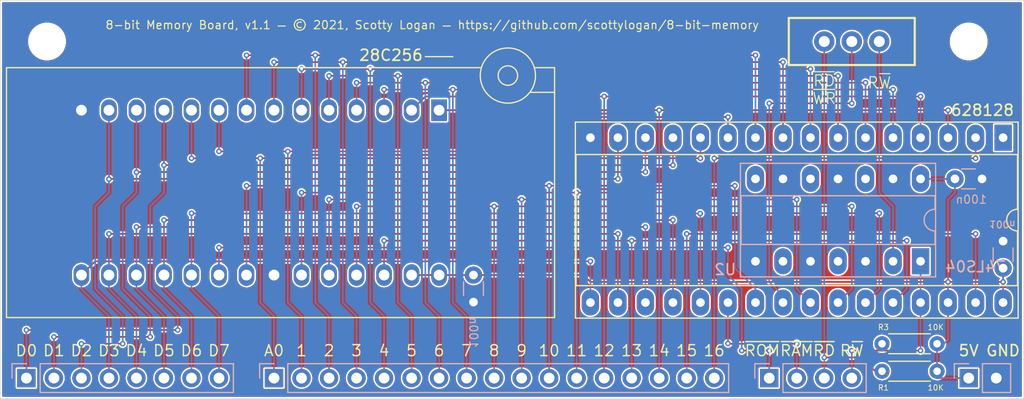
<source format=kicad_pcb>
(kicad_pcb (version 20171130) (host pcbnew "(5.1.9-0-10_14)")
  (title_block (title "8-bit Memory Board") (date 2021-05-05) (rev 1.1) (comment 1 8-bit-memory) (comment 2 "8 bit memory board for prototyping with solderless breadboards"))
  (layers (0 F.Cu signal) (31 B.Cu signal) (34 B.Paste user) (35 F.Paste user) (36 B.SilkS user) (37 F.SilkS user) (38 B.Mask user) (39 F.Mask user) (44 Edge.Cuts user))
  (net 0 "")
  (net 1 +5V)
  (net 2 GND)
  (net 3 /A0)
  (net 4 /A1)
  (net 5 /A2)
  (net 6 /A3)
  (net 7 /A4)
  (net 8 /A5)
  (net 9 /A6)
  (net 10 /A7)
  (net 11 /A8)
  (net 12 /A9)
  (net 13 /A10)
  (net 14 /A11)
  (net 15 /A12)
  (net 16 /A13)
  (net 17 /A14)
  (net 18 /D0)
  (net 19 /D1)
  (net 20 /D2)
  (net 21 /D3)
  (net 22 /D4)
  (net 23 /D5)
  (net 24 /D6)
  (net 25 /D7)
  (net 26 /~RD)
  (net 27 /R~W)
  (net 28 /~OE)
  (net 29 /~R~W)
  (net 30 "Net-(U2-Pad8)")
  (net 31 "Net-(U2-Pad10)")
  (net 32 "Net-(U2-Pad4)")
  (net 33 "Net-(U2-Pad12)")
  (net 34 "Net-(U2-Pad6)")
  (net 35 /~ROM)
  (net 36 /~RAM)
  (net 37 /A15)
  (net 38 /A16)
  (net 39 "Net-(U3-Pad1)")
  (module Resistor_THT:R_Axial_DIN0204_L3.6mm_D1.6mm_P5.08mm_Horizontal (layer F.Cu) (at 191.389 88.9 180)
    (fp_text reference R3 (at 4.953 1.524 180) (layer F.SilkS) (effects (font (size 0.508 0.508) (thickness 0.0762))))
    (fp_text value 10K (at 0.127 1.524 180) (layer F.SilkS) (effects (font (size 0.508 0.508) (thickness 0.0762))))
    (fp_line (start 0.62 -0.92) (end 4.46 -0.92) (layer F.SilkS) (width 0.12))
    (fp_line (start 0.62 0.92) (end 4.46 0.92) (layer F.SilkS) (width 0.12))
    (pad 2 thru_hole oval (at 5.08 0 180) (size 1.4 1.4) (drill 0.7) (layers *.Cu *.Mask) (net 27 /R~W))
    (pad 1 thru_hole circle (at 0 0 180) (size 1.4 1.4) (drill 0.7) (layers *.Cu *.Mask) (net 1 +5V))
  )
  (module Resistor_THT:R_Axial_DIN0204_L3.6mm_D1.6mm_P5.08mm_Horizontal (layer F.Cu) (at 191.389 91.44 180)
    (fp_text reference R1 (at 4.953 -1.524 180) (layer F.SilkS) (effects (font (size 0.508 0.508) (thickness 0.0762))))
    (fp_text value 10K (at 0.127 -1.524 180) (layer F.SilkS) (effects (font (size 0.508 0.508) (thickness 0.0762))))
    (fp_line (start 0.62 -0.92) (end 4.46 -0.92) (layer F.SilkS) (width 0.12))
    (fp_line (start 0.62 0.92) (end 4.46 0.92) (layer F.SilkS) (width 0.12))
    (pad 2 thru_hole oval (at 5.08 0 180) (size 1.4 1.4) (drill 0.7) (layers *.Cu *.Mask) (net 26 /~RD))
    (pad 1 thru_hole circle (at 0 0 180) (size 1.4 1.4) (drill 0.7) (layers *.Cu *.Mask) (net 1 +5V))
  )
  (module Socket:DIP_Socket-28_W11.9_W12.7_W15.24_W17.78_W18.5_3M_228-1277-00-0602J (layer F.Cu) (at 145.415 67.31 270)
    (fp_text reference U1 hide)
    (fp_text value 28C256 (at -5.08 4.445 180) (layer F.SilkS) (effects (font (size 1.016 1.016) (thickness 0.1524))))
    (fp_circle (center -3.2 -6.35) (end -0.65 -6.35) (layer F.SilkS) (width 0.12))
    (fp_circle (center -3.2 -6.35) (end -2.3 -6.35) (layer F.SilkS) (width 0.12))
    (fp_line (start -3.93 -3.9) (end -3.93 39.94) (layer F.SilkS) (width 0.12))
    (fp_line (start -3.93 39.94) (end 19.17 39.94) (layer F.SilkS) (width 0.12))
    (fp_line (start 19.17 39.94) (end 19.17 -10.66) (layer F.SilkS) (width 0.12))
    (fp_line (start 19.17 -10.66) (end -3.93 -10.66) (layer F.SilkS) (width 0.12))
    (fp_line (start -3.93 -10.66) (end -3.93 -8.8) (layer F.SilkS) (width 0.12))
    (fp_line (start -1.65 -10.66) (end -1.65 -8.4) (layer F.SilkS) (width 0.12))
    (fp_line (start -4.95 1.27) (end -4.95 -1.27) (layer F.SilkS) (width 0.12))
    (pad 15 thru_hole oval (at 15.24 33.02 270) (size 2 1.44) (drill 1) (layers *.Cu *.Mask) (net 21 /D3))
    (pad 14 thru_hole oval (at 0 33.02 270) (size 2 1.44) (drill 1) (layers *.Cu *.Mask) (net 2 GND))
    (pad 16 thru_hole oval (at 15.24 30.48 270) (size 2 1.44) (drill 1) (layers *.Cu *.Mask) (net 22 /D4))
    (pad 13 thru_hole oval (at 0 30.48 270) (size 2 1.44) (drill 1) (layers *.Cu *.Mask) (net 20 /D2))
    (pad 17 thru_hole oval (at 15.24 27.94 270) (size 2 1.44) (drill 1) (layers *.Cu *.Mask) (net 23 /D5))
    (pad 12 thru_hole oval (at 0 27.94 270) (size 2 1.44) (drill 1) (layers *.Cu *.Mask) (net 19 /D1))
    (pad 18 thru_hole oval (at 15.24 25.4 270) (size 2 1.44) (drill 1) (layers *.Cu *.Mask) (net 24 /D6))
    (pad 11 thru_hole oval (at 0 25.4 270) (size 2 1.44) (drill 1) (layers *.Cu *.Mask) (net 18 /D0))
    (pad 19 thru_hole oval (at 15.24 22.86 270) (size 2 1.44) (drill 1) (layers *.Cu *.Mask) (net 25 /D7))
    (pad 10 thru_hole oval (at 0 22.86 270) (size 2 1.44) (drill 1) (layers *.Cu *.Mask) (net 3 /A0))
    (pad 20 thru_hole oval (at 15.24 20.32 270) (size 2 1.44) (drill 1) (layers *.Cu *.Mask) (net 35 /~ROM))
    (pad 9 thru_hole oval (at 0 20.32 270) (size 2 1.44) (drill 1) (layers *.Cu *.Mask) (net 4 /A1))
    (pad 21 thru_hole oval (at 15.24 17.78 270) (size 2 1.44) (drill 1) (layers *.Cu *.Mask) (net 13 /A10))
    (pad 8 thru_hole oval (at 0 17.78 270) (size 2 1.44) (drill 1) (layers *.Cu *.Mask) (net 5 /A2))
    (pad 22 thru_hole oval (at 15.24 15.24 270) (size 2 1.44) (drill 1) (layers *.Cu *.Mask) (net 2 GND))
    (pad 7 thru_hole oval (at 0 15.24 270) (size 2 1.44) (drill 1) (layers *.Cu *.Mask) (net 6 /A3))
    (pad 23 thru_hole oval (at 15.24 12.7 270) (size 2 1.44) (drill 1) (layers *.Cu *.Mask) (net 14 /A11))
    (pad 6 thru_hole oval (at 0 12.7 270) (size 2 1.44) (drill 1) (layers *.Cu *.Mask) (net 7 /A4))
    (pad 24 thru_hole oval (at 15.24 10.16 270) (size 2 1.44) (drill 1) (layers *.Cu *.Mask) (net 12 /A9))
    (pad 5 thru_hole oval (at 0 10.16 270) (size 2 1.44) (drill 1) (layers *.Cu *.Mask) (net 8 /A5))
    (pad 25 thru_hole oval (at 15.24 7.62 270) (size 2 1.44) (drill 1) (layers *.Cu *.Mask) (net 11 /A8))
    (pad 4 thru_hole oval (at 0 7.62 270) (size 2 1.44) (drill 1) (layers *.Cu *.Mask) (net 9 /A6))
    (pad 26 thru_hole oval (at 15.24 5.08 270) (size 2 1.44) (drill 1) (layers *.Cu *.Mask) (net 16 /A13))
    (pad 3 thru_hole oval (at 0 5.08 270) (size 2 1.44) (drill 1) (layers *.Cu *.Mask) (net 10 /A7))
    (pad 27 thru_hole oval (at 15.24 2.54 270) (size 2 1.44) (drill 1) (layers *.Cu *.Mask) (net 1 +5V))
    (pad 2 thru_hole oval (at 0 2.54 270) (size 2 1.44) (drill 1) (layers *.Cu *.Mask) (net 15 /A12))
    (pad 28 thru_hole oval (at 15.24 0 270) (size 2 1.44) (drill 1) (layers *.Cu *.Mask) (net 1 +5V))
    (pad 1 thru_hole rect (at 0 0 270) (size 2 1.44) (drill 1) (layers *.Cu *.Mask) (net 17 /A14))
  )
  (module Connector_PinHeader_2.54mm:PinHeader_1x02_P2.54mm_Vertical (layer B.Cu) (at 194.31 92.075 270)
    (fp_text reference J4 hide)
    (fp_text value POWER hide)
    (fp_line (start -1.33 -3.87) (end 1.33 -3.87) (layer B.SilkS) (width 0.12))
    (fp_line (start -1.33 -1.27) (end -1.33 -3.87) (layer B.SilkS) (width 0.12))
    (fp_line (start 1.33 -1.27) (end 1.33 -3.87) (layer B.SilkS) (width 0.12))
    (fp_line (start -1.33 -1.27) (end 1.33 -1.27) (layer B.SilkS) (width 0.12))
    (fp_line (start -1.33 0) (end -1.33 1.33) (layer B.SilkS) (width 0.12))
    (fp_line (start -1.33 1.33) (end 0 1.33) (layer B.SilkS) (width 0.12))
    (pad 2 thru_hole oval (at 0 -2.54 270) (size 1.7 1.7) (drill 1) (layers *.Cu *.Mask) (net 2 GND))
    (pad 1 thru_hole rect (at 0 0 270) (size 1.7 1.7) (drill 1) (layers *.Cu *.Mask) (net 1 +5V))
  )
  (module Connector_PinHeader_2.54mm:PinHeader_1x04_P2.54mm_Vertical (layer B.Cu) (at 175.895 92.075 270)
    (fp_text reference J3 hide)
    (fp_text value CONTROL hide)
    (fp_line (start -1.33 -8.95) (end 1.33 -8.95) (layer B.SilkS) (width 0.12))
    (fp_line (start -1.33 -1.27) (end -1.33 -8.95) (layer B.SilkS) (width 0.12))
    (fp_line (start 1.33 -1.27) (end 1.33 -8.95) (layer B.SilkS) (width 0.12))
    (fp_line (start -1.33 -1.27) (end 1.33 -1.27) (layer B.SilkS) (width 0.12))
    (fp_line (start -1.33 0) (end -1.33 1.33) (layer B.SilkS) (width 0.12))
    (fp_line (start -1.33 1.33) (end 0 1.33) (layer B.SilkS) (width 0.12))
    (pad 4 thru_hole oval (at 0 -7.62 270) (size 1.7 1.7) (drill 1) (layers *.Cu *.Mask) (net 27 /R~W))
    (pad 3 thru_hole oval (at 0 -5.08 270) (size 1.7 1.7) (drill 1) (layers *.Cu *.Mask) (net 26 /~RD))
    (pad 2 thru_hole oval (at 0 -2.54 270) (size 1.7 1.7) (drill 1) (layers *.Cu *.Mask) (net 36 /~RAM))
    (pad 1 thru_hole rect (at 0 0 270) (size 1.7 1.7) (drill 1) (layers *.Cu *.Mask) (net 35 /~ROM))
  )
  (module Connector_PinHeader_2.54mm:PinHeader_1x08_P2.54mm_Vertical (layer B.Cu) (at 107.315 92.075 270)
    (fp_text reference J2 hide)
    (fp_text value DATA hide)
    (fp_line (start -1.33 -19.11) (end 1.33 -19.11) (layer B.SilkS) (width 0.12))
    (fp_line (start -1.33 -1.27) (end -1.33 -19.11) (layer B.SilkS) (width 0.12))
    (fp_line (start 1.33 -1.27) (end 1.33 -19.11) (layer B.SilkS) (width 0.12))
    (fp_line (start -1.33 -1.27) (end 1.33 -1.27) (layer B.SilkS) (width 0.12))
    (fp_line (start -1.33 0) (end -1.33 1.33) (layer B.SilkS) (width 0.12))
    (fp_line (start -1.33 1.33) (end 0 1.33) (layer B.SilkS) (width 0.12))
    (pad 8 thru_hole oval (at 0 -17.78 270) (size 1.7 1.7) (drill 1) (layers *.Cu *.Mask) (net 25 /D7))
    (pad 7 thru_hole oval (at 0 -15.24 270) (size 1.7 1.7) (drill 1) (layers *.Cu *.Mask) (net 24 /D6))
    (pad 6 thru_hole oval (at 0 -12.7 270) (size 1.7 1.7) (drill 1) (layers *.Cu *.Mask) (net 23 /D5))
    (pad 5 thru_hole oval (at 0 -10.16 270) (size 1.7 1.7) (drill 1) (layers *.Cu *.Mask) (net 22 /D4))
    (pad 4 thru_hole oval (at 0 -7.62 270) (size 1.7 1.7) (drill 1) (layers *.Cu *.Mask) (net 21 /D3))
    (pad 3 thru_hole oval (at 0 -5.08 270) (size 1.7 1.7) (drill 1) (layers *.Cu *.Mask) (net 20 /D2))
    (pad 2 thru_hole oval (at 0 -2.54 270) (size 1.7 1.7) (drill 1) (layers *.Cu *.Mask) (net 19 /D1))
    (pad 1 thru_hole rect (at 0 0 270) (size 1.7 1.7) (drill 1) (layers *.Cu *.Mask) (net 18 /D0))
  )
  (module Connector_PinHeader_2.54mm:PinHeader_1x17_P2.54mm_Vertical (layer B.Cu) (at 130.175 92.075 270)
    (fp_text reference J1 hide)
    (fp_text value ADDRESS hide)
    (fp_line (start -1.33 -41.97) (end 1.33 -41.97) (layer B.SilkS) (width 0.12))
    (fp_line (start -1.33 -1.27) (end -1.33 -41.97) (layer B.SilkS) (width 0.12))
    (fp_line (start 1.33 -1.27) (end 1.33 -41.97) (layer B.SilkS) (width 0.12))
    (fp_line (start -1.33 -1.27) (end 1.33 -1.27) (layer B.SilkS) (width 0.12))
    (fp_line (start -1.33 0) (end -1.33 1.33) (layer B.SilkS) (width 0.12))
    (fp_line (start -1.33 1.33) (end 0 1.33) (layer B.SilkS) (width 0.12))
    (pad 17 thru_hole oval (at 0 -40.64 270) (size 1.7 1.7) (drill 1) (layers *.Cu *.Mask) (net 38 /A16))
    (pad 16 thru_hole oval (at 0 -38.1 270) (size 1.7 1.7) (drill 1) (layers *.Cu *.Mask) (net 37 /A15))
    (pad 15 thru_hole oval (at 0 -35.56 270) (size 1.7 1.7) (drill 1) (layers *.Cu *.Mask) (net 17 /A14))
    (pad 14 thru_hole oval (at 0 -33.02 270) (size 1.7 1.7) (drill 1) (layers *.Cu *.Mask) (net 16 /A13))
    (pad 13 thru_hole oval (at 0 -30.48 270) (size 1.7 1.7) (drill 1) (layers *.Cu *.Mask) (net 15 /A12))
    (pad 12 thru_hole oval (at 0 -27.94 270) (size 1.7 1.7) (drill 1) (layers *.Cu *.Mask) (net 14 /A11))
    (pad 11 thru_hole oval (at 0 -25.4 270) (size 1.7 1.7) (drill 1) (layers *.Cu *.Mask) (net 13 /A10))
    (pad 10 thru_hole oval (at 0 -22.86 270) (size 1.7 1.7) (drill 1) (layers *.Cu *.Mask) (net 12 /A9))
    (pad 9 thru_hole oval (at 0 -20.32 270) (size 1.7 1.7) (drill 1) (layers *.Cu *.Mask) (net 11 /A8))
    (pad 8 thru_hole oval (at 0 -17.78 270) (size 1.7 1.7) (drill 1) (layers *.Cu *.Mask) (net 10 /A7))
    (pad 7 thru_hole oval (at 0 -15.24 270) (size 1.7 1.7) (drill 1) (layers *.Cu *.Mask) (net 9 /A6))
    (pad 6 thru_hole oval (at 0 -12.7 270) (size 1.7 1.7) (drill 1) (layers *.Cu *.Mask) (net 8 /A5))
    (pad 5 thru_hole oval (at 0 -10.16 270) (size 1.7 1.7) (drill 1) (layers *.Cu *.Mask) (net 7 /A4))
    (pad 4 thru_hole oval (at 0 -7.62 270) (size 1.7 1.7) (drill 1) (layers *.Cu *.Mask) (net 6 /A3))
    (pad 3 thru_hole oval (at 0 -5.08 270) (size 1.7 1.7) (drill 1) (layers *.Cu *.Mask) (net 5 /A2))
    (pad 2 thru_hole oval (at 0 -2.54 270) (size 1.7 1.7) (drill 1) (layers *.Cu *.Mask) (net 4 /A1))
    (pad 1 thru_hole rect (at 0 0 270) (size 1.7 1.7) (drill 1) (layers *.Cu *.Mask) (net 3 /A0))
  )
  (module Package_DIP:DIP-32_W15.24mm_Socket_LongPads (layer F.Cu) (at 197.485 69.85 270)
    (fp_text reference U3 hide)
    (fp_text value 628128 (at -2.54 1.905 180) (layer F.SilkS) (effects (font (size 1.016 1.016) (thickness 0.1524))))
    (fp_line (start 16.68 -1.39) (end -1.44 -1.39) (layer F.SilkS) (width 0.12))
    (fp_line (start 16.68 39.49) (end 16.68 -1.39) (layer F.SilkS) (width 0.12))
    (fp_line (start -1.44 39.49) (end 16.68 39.49) (layer F.SilkS) (width 0.12))
    (fp_line (start -1.44 -1.39) (end -1.44 39.49) (layer F.SilkS) (width 0.12))
    (fp_line (start 13.68 -1.33) (end 8.62 -1.33) (layer F.SilkS) (width 0.12))
    (fp_line (start 13.68 39.43) (end 13.68 -1.33) (layer F.SilkS) (width 0.12))
    (fp_line (start 1.56 39.43) (end 13.68 39.43) (layer F.SilkS) (width 0.12))
    (fp_line (start 1.56 -1.33) (end 1.56 39.43) (layer F.SilkS) (width 0.12))
    (fp_line (start 6.62 -1.33) (end 1.56 -1.33) (layer F.SilkS) (width 0.12))
    (fp_arc (start 7.62 -1.33) (end 6.62 -1.33) (angle -180) (layer F.SilkS) (width 0.12))
    (pad 32 thru_hole oval (at 15.24 0 270) (size 2.4 1.6) (drill 0.8) (layers *.Cu *.Mask) (net 1 +5V))
    (pad 16 thru_hole oval (at 0 38.1 270) (size 2.4 1.6) (drill 0.8) (layers *.Cu *.Mask) (net 2 GND))
    (pad 31 thru_hole oval (at 15.24 2.54 270) (size 2.4 1.6) (drill 0.8) (layers *.Cu *.Mask) (net 37 /A15))
    (pad 15 thru_hole oval (at 0 35.56 270) (size 2.4 1.6) (drill 0.8) (layers *.Cu *.Mask) (net 20 /D2))
    (pad 30 thru_hole oval (at 15.24 5.08 270) (size 2.4 1.6) (drill 0.8) (layers *.Cu *.Mask) (net 1 +5V))
    (pad 14 thru_hole oval (at 0 33.02 270) (size 2.4 1.6) (drill 0.8) (layers *.Cu *.Mask) (net 19 /D1))
    (pad 29 thru_hole oval (at 15.24 7.62 270) (size 2.4 1.6) (drill 0.8) (layers *.Cu *.Mask) (net 27 /R~W))
    (pad 13 thru_hole oval (at 0 30.48 270) (size 2.4 1.6) (drill 0.8) (layers *.Cu *.Mask) (net 18 /D0))
    (pad 28 thru_hole oval (at 15.24 10.16 270) (size 2.4 1.6) (drill 0.8) (layers *.Cu *.Mask) (net 16 /A13))
    (pad 12 thru_hole oval (at 0 27.94 270) (size 2.4 1.6) (drill 0.8) (layers *.Cu *.Mask) (net 3 /A0))
    (pad 27 thru_hole oval (at 15.24 12.7 270) (size 2.4 1.6) (drill 0.8) (layers *.Cu *.Mask) (net 11 /A8))
    (pad 11 thru_hole oval (at 0 25.4 270) (size 2.4 1.6) (drill 0.8) (layers *.Cu *.Mask) (net 4 /A1))
    (pad 26 thru_hole oval (at 15.24 15.24 270) (size 2.4 1.6) (drill 0.8) (layers *.Cu *.Mask) (net 12 /A9))
    (pad 10 thru_hole oval (at 0 22.86 270) (size 2.4 1.6) (drill 0.8) (layers *.Cu *.Mask) (net 5 /A2))
    (pad 25 thru_hole oval (at 15.24 17.78 270) (size 2.4 1.6) (drill 0.8) (layers *.Cu *.Mask) (net 14 /A11))
    (pad 9 thru_hole oval (at 0 20.32 270) (size 2.4 1.6) (drill 0.8) (layers *.Cu *.Mask) (net 6 /A3))
    (pad 24 thru_hole oval (at 15.24 20.32 270) (size 2.4 1.6) (drill 0.8) (layers *.Cu *.Mask) (net 28 /~OE))
    (pad 8 thru_hole oval (at 0 17.78 270) (size 2.4 1.6) (drill 0.8) (layers *.Cu *.Mask) (net 7 /A4))
    (pad 23 thru_hole oval (at 15.24 22.86 270) (size 2.4 1.6) (drill 0.8) (layers *.Cu *.Mask) (net 13 /A10))
    (pad 7 thru_hole oval (at 0 15.24 270) (size 2.4 1.6) (drill 0.8) (layers *.Cu *.Mask) (net 8 /A5))
    (pad 22 thru_hole oval (at 15.24 25.4 270) (size 2.4 1.6) (drill 0.8) (layers *.Cu *.Mask) (net 36 /~RAM))
    (pad 6 thru_hole oval (at 0 12.7 270) (size 2.4 1.6) (drill 0.8) (layers *.Cu *.Mask) (net 9 /A6))
    (pad 21 thru_hole oval (at 15.24 27.94 270) (size 2.4 1.6) (drill 0.8) (layers *.Cu *.Mask) (net 25 /D7))
    (pad 5 thru_hole oval (at 0 10.16 270) (size 2.4 1.6) (drill 0.8) (layers *.Cu *.Mask) (net 10 /A7))
    (pad 20 thru_hole oval (at 15.24 30.48 270) (size 2.4 1.6) (drill 0.8) (layers *.Cu *.Mask) (net 24 /D6))
    (pad 4 thru_hole oval (at 0 7.62 270) (size 2.4 1.6) (drill 0.8) (layers *.Cu *.Mask) (net 15 /A12))
    (pad 19 thru_hole oval (at 15.24 33.02 270) (size 2.4 1.6) (drill 0.8) (layers *.Cu *.Mask) (net 23 /D5))
    (pad 3 thru_hole oval (at 0 5.08 270) (size 2.4 1.6) (drill 0.8) (layers *.Cu *.Mask) (net 17 /A14))
    (pad 18 thru_hole oval (at 15.24 35.56 270) (size 2.4 1.6) (drill 0.8) (layers *.Cu *.Mask) (net 22 /D4))
    (pad 2 thru_hole oval (at 0 2.54 270) (size 2.4 1.6) (drill 0.8) (layers *.Cu *.Mask) (net 38 /A16))
    (pad 17 thru_hole oval (at 15.24 38.1 270) (size 2.4 1.6) (drill 0.8) (layers *.Cu *.Mask) (net 21 /D3))
    (pad 1 thru_hole rect (at 0 0 270) (size 2.4 1.6) (drill 0.8) (layers *.Cu *.Mask) (net 39 "Net-(U3-Pad1)"))
  )
  (module Switches:SWITCH_SPDT_PTH_11.6X4.0MM (layer F.Cu) (at 183.515 60.96 90)
    (fp_text reference SW1 hide)
    (fp_text value SW_SPDT hide)
    (fp_line (start 2.17424 5.81406) (end 2.17424 -5.81406) (layer F.SilkS) (width 0.2032))
    (fp_line (start -2.17424 5.81406) (end 2.17424 5.81406) (layer F.SilkS) (width 0.2032))
    (fp_line (start -2.17424 -5.81406) (end -2.17424 5.81406) (layer F.SilkS) (width 0.2032))
    (fp_line (start 2.17424 -5.81406) (end -2.17424 -5.81406) (layer F.SilkS) (width 0.2032))
    (pad 3 thru_hole circle (at 0 2.54 90) (size 1.8796 1.8796) (drill 1.016) (layers *.Cu *.Mask) (net 29 /~R~W))
    (pad 2 thru_hole circle (at 0 0 90) (size 1.8796 1.8796) (drill 1.016) (layers *.Cu *.Mask) (net 28 /~OE))
    (pad 1 thru_hole circle (at 0 -2.54 90) (size 1.8796 1.8796) (drill 1.016) (layers *.Cu *.Mask) (net 26 /~RD))
  )
  (module Package_DIP:DIP-14_W7.62mm_Socket_LongPads (layer B.Cu) (at 189.865 81.28 90)
    (fp_text reference U2 (at -0.762 -18.034 unlocked) (layer B.SilkS) (effects (justify mirror)))
    (fp_text value 74LS04 (at -0.508 5.08 unlocked) (layer B.SilkS) (effects (justify mirror)))
    (fp_line (start 9.06 1.39) (end -1.44 1.39) (layer B.SilkS) (width 0.12))
    (fp_line (start 9.06 -16.63) (end 9.06 1.39) (layer B.SilkS) (width 0.12))
    (fp_line (start -1.44 -16.63) (end 9.06 -16.63) (layer B.SilkS) (width 0.12))
    (fp_line (start -1.44 1.39) (end -1.44 -16.63) (layer B.SilkS) (width 0.12))
    (fp_line (start 6.06 1.33) (end 4.81 1.33) (layer B.SilkS) (width 0.12))
    (fp_line (start 6.06 -16.57) (end 6.06 1.33) (layer B.SilkS) (width 0.12))
    (fp_line (start 1.56 -16.57) (end 6.06 -16.57) (layer B.SilkS) (width 0.12))
    (fp_line (start 1.56 1.33) (end 1.56 -16.57) (layer B.SilkS) (width 0.12))
    (fp_line (start 2.81 1.33) (end 1.56 1.33) (layer B.SilkS) (width 0.12))
    (fp_arc (start 3.81 1.33) (end 2.81 1.33) (angle 180) (layer B.SilkS) (width 0.12))
    (pad 1 thru_hole rect (at 0 0 90) (size 2.4 1.6) (drill 0.8) (layers *.Cu *.Mask) (net 27 /R~W))
    (pad 8 thru_hole oval (at 7.62 -15.24 90) (size 2.4 1.6) (drill 0.8) (layers *.Cu *.Mask) (net 30 "Net-(U2-Pad8)"))
    (pad 2 thru_hole oval (at 0 -2.54 90) (size 2.4 1.6) (drill 0.8) (layers *.Cu *.Mask) (net 29 /~R~W))
    (pad 9 thru_hole oval (at 7.62 -12.7 90) (size 2.4 1.6) (drill 0.8) (layers *.Cu *.Mask) (net 2 GND))
    (pad 3 thru_hole oval (at 0 -5.08 90) (size 2.4 1.6) (drill 0.8) (layers *.Cu *.Mask) (net 2 GND))
    (pad 10 thru_hole oval (at 7.62 -10.16 90) (size 2.4 1.6) (drill 0.8) (layers *.Cu *.Mask) (net 31 "Net-(U2-Pad10)"))
    (pad 4 thru_hole oval (at 0 -7.62 90) (size 2.4 1.6) (drill 0.8) (layers *.Cu *.Mask) (net 32 "Net-(U2-Pad4)"))
    (pad 11 thru_hole oval (at 7.62 -7.62 90) (size 2.4 1.6) (drill 0.8) (layers *.Cu *.Mask) (net 2 GND))
    (pad 5 thru_hole oval (at 0 -10.16 90) (size 2.4 1.6) (drill 0.8) (layers *.Cu *.Mask) (net 2 GND))
    (pad 12 thru_hole oval (at 7.62 -5.08 90) (size 2.4 1.6) (drill 0.8) (layers *.Cu *.Mask) (net 33 "Net-(U2-Pad12)"))
    (pad 6 thru_hole oval (at 0 -12.7 90) (size 2.4 1.6) (drill 0.8) (layers *.Cu *.Mask) (net 34 "Net-(U2-Pad6)"))
    (pad 13 thru_hole oval (at 7.62 -2.54 90) (size 2.4 1.6) (drill 0.8) (layers *.Cu *.Mask) (net 2 GND))
    (pad 7 thru_hole oval (at 0 -15.24 90) (size 2.4 1.6) (drill 0.8) (layers *.Cu *.Mask) (net 2 GND))
    (pad 14 thru_hole oval (at 7.62 0 90) (size 2.4 1.6) (drill 0.8) (layers *.Cu *.Mask) (net 1 +5V))
  )
  (module Capacitor_THT:C_Disc_D3.0mm_W1.6mm_P2.50mm (layer B.Cu) (at 197.485 81.915 90)
    (fp_text reference C1 hide)
    (fp_text value 100n (at 4.064 1.2065 180 unlocked) (layer B.SilkS) (effects (font (size 0.635 0.635) (thickness 0.1016)) (justify right mirror)))
    (fp_line (start 0.621 -0.92) (end 1.879 -0.92) (layer B.SilkS) (width 0.12))
    (fp_line (start 0.621 0.92) (end 1.879 0.92) (layer B.SilkS) (width 0.12))
    (pad 1 thru_hole circle (at 0 0 90) (size 1.6 1.6) (drill 0.8) (layers *.Cu *.Mask) (net 1 +5V))
    (pad 2 thru_hole circle (at 2.5 0 90) (size 1.6 1.6) (drill 0.8) (layers *.Cu *.Mask) (net 2 GND))
  )
  (module Capacitor_THT:C_Disc_D3.0mm_W1.6mm_P2.50mm (layer B.Cu) (at 193.04 73.66)
    (fp_text reference C2 hide)
    (fp_text value 100n (at 0 1.905 unlocked) (layer B.SilkS) (effects (font (size 0.762 0.762) (thickness 0.1016)) (justify right mirror)))
    (fp_line (start 0.621 0.92) (end 1.879 0.92) (layer B.SilkS) (width 0.12))
    (fp_line (start 0.621 -0.92) (end 1.879 -0.92) (layer B.SilkS) (width 0.12))
    (pad 2 thru_hole circle (at 2.5 0) (size 1.6 1.6) (drill 0.8) (layers *.Cu *.Mask) (net 2 GND))
    (pad 1 thru_hole circle (at 0 0) (size 1.6 1.6) (drill 0.8) (layers *.Cu *.Mask) (net 1 +5V))
  )
  (module Capacitor_THT:C_Disc_D3.0mm_W1.6mm_P2.50mm (layer B.Cu) (at 148.59 82.55 270)
    (fp_text reference C3 hide)
    (fp_text value 100n (at 3.81 0 270 unlocked) (layer B.SilkS) (effects (font (size 0.762 0.762) (thickness 0.1016)) (justify right mirror)))
    (fp_line (start 0.621 -0.92) (end 1.879 -0.92) (layer B.SilkS) (width 0.12))
    (fp_line (start 0.621 0.92) (end 1.879 0.92) (layer B.SilkS) (width 0.12))
    (pad 1 thru_hole circle (at 0 0 270) (size 1.6 1.6) (drill 0.8) (layers *.Cu *.Mask) (net 1 +5V))
    (pad 2 thru_hole circle (at 2.5 0 270) (size 1.6 1.6) (drill 0.8) (layers *.Cu *.Mask) (net 2 GND))
  )
  (module MountingHole:MountingHole_3.2mm_M3 (layer F.Cu) (at 109.22 60.96)
    (fp_text reference H1 hide)
    (fp_text value MountingHole hide)
    (pad 1 np_thru_hole circle (at 0 0) (size 3.2 3.2) (drill 3.2) (layers *.Cu *.Mask))
  )
  (module MountingHole:MountingHole_3.2mm_M3 (layer F.Cu) (at 194.31 60.96)
    (fp_text reference H2 hide)
    (fp_text value MountingHole hide)
    (pad 1 np_thru_hole circle (at 0 0) (size 3.2 3.2) (drill 3.2) (layers *.Cu *.Mask))
  )
  (gr_text 16 (at 170.815 89.535) (layer F.SilkS) (effects (font (size 1.016 1.016) (thickness 0.127))))
  (gr_text 15 (at 168.275 89.535) (layer F.SilkS) (effects (font (size 1.016 1.016) (thickness 0.127))))
  (gr_text "8-bit Memory Board, v1.1 — © 2021, Scotty Logan — https://github.com/scottylogan/8-bit-memory" (at 144.78 59.436) (layer F.SilkS) (effects (font (size 0.762 0.762) (thickness 0.1016))))
  (gr_text R~W (at 186.055 64.77) (layer F.SilkS) (effects (font (size 1.016 1.016) (thickness 0.1016))))
  (gr_text "~RD~\n~WR" (at 180.975 65.405) (layer F.SilkS) (effects (font (size 1.016 1.016) (thickness 0.1016))))
  (gr_text GND (at 197.485 89.535) (layer F.SilkS) (effects (font (size 1.016 1.016) (thickness 0.1524))))
  (gr_text 5V (at 194.31 89.535) (layer F.SilkS) (effects (font (size 1.016 1.016) (thickness 0.1524))))
  (gr_text R~W (at 183.515 89.535) (layer F.SilkS) (effects (font (size 1.016 1.016) (thickness 0.127))))
  (gr_text ~RD (at 180.975 89.535) (layer F.SilkS) (effects (font (size 1.016 1.016) (thickness 0.127))))
  (gr_text ~RAM (at 178.435 89.535) (layer F.SilkS) (effects (font (size 1.016 1.016) (thickness 0.127))))
  (gr_text ~ROM (at 175.26 89.535) (layer F.SilkS) (effects (font (size 1.016 1.016) (thickness 0.127))))
  (gr_text D7 (at 125.095 89.535) (layer F.SilkS) (effects (font (size 1.016 1.016) (thickness 0.127))))
  (gr_text D6 (at 122.555 89.535) (layer F.SilkS) (effects (font (size 1.016 1.016) (thickness 0.127))))
  (gr_text D5 (at 120.015 89.535) (layer F.SilkS) (effects (font (size 1.016 1.016) (thickness 0.127))))
  (gr_text D4 (at 117.475 89.535) (layer F.SilkS) (effects (font (size 1.016 1.016) (thickness 0.127))))
  (gr_text D3 (at 114.935 89.535) (layer F.SilkS) (effects (font (size 1.016 1.016) (thickness 0.127))))
  (gr_text D2 (at 112.395 89.535) (layer F.SilkS) (effects (font (size 1.016 1.016) (thickness 0.127))))
  (gr_text D1 (at 109.855 89.535) (layer F.SilkS) (effects (font (size 1.016 1.016) (thickness 0.127))))
  (gr_text D0 (at 107.315 89.535) (layer F.SilkS) (effects (font (size 1.016 1.016) (thickness 0.127))))
  (gr_text 14 (at 165.735 89.535) (layer F.SilkS) (effects (font (size 1.016 1.016) (thickness 0.127))))
  (gr_text 13 (at 163.195 89.535) (layer F.SilkS) (effects (font (size 1.016 1.016) (thickness 0.127))))
  (gr_text 12 (at 160.655 89.535) (layer F.SilkS) (effects (font (size 1.016 1.016) (thickness 0.127))))
  (gr_text 11 (at 158.115 89.535) (layer F.SilkS) (effects (font (size 1.016 1.016) (thickness 0.127))))
  (gr_text 10 (at 155.575 89.535) (layer F.SilkS) (effects (font (size 1.016 1.016) (thickness 0.127))))
  (gr_text 9 (at 153.035 89.535) (layer F.SilkS) (effects (font (size 1.016 1.016) (thickness 0.127))))
  (gr_text 8 (at 150.495 89.535) (layer F.SilkS) (effects (font (size 1.016 1.016) (thickness 0.127))))
  (gr_text 7 (at 147.955 89.535) (layer F.SilkS) (effects (font (size 1.016 1.016) (thickness 0.127))))
  (gr_text 6 (at 145.415 89.535) (layer F.SilkS) (effects (font (size 1.016 1.016) (thickness 0.127))))
  (gr_text 5 (at 142.875 89.535) (layer F.SilkS) (effects (font (size 1.016 1.016) (thickness 0.127))))
  (gr_text 4 (at 140.335 89.535) (layer F.SilkS) (effects (font (size 1.016 1.016) (thickness 0.127))))
  (gr_text 3 (at 137.795 89.535) (layer F.SilkS) (effects (font (size 1.016 1.016) (thickness 0.127))))
  (gr_text 2 (at 135.255 89.535) (layer F.SilkS) (effects (font (size 1.016 1.016) (thickness 0.127))))
  (gr_text 1 (at 132.715 89.535) (layer F.SilkS) (effects (font (size 1.016 1.016) (thickness 0.127))))
  (gr_text A0 (at 130.175 89.535) (layer F.SilkS) (effects (font (size 1.016 1.016) (thickness 0.127))))
  (gr_line (start 104.902 57.15) (end 104.902 93.98) (layer Edge.Cuts) (width 0.05))
  (gr_line (start 199.39 57.15) (end 104.902 57.15) (layer Edge.Cuts) (width 0.0508))
  (gr_line (start 199.39 93.98) (end 199.39 57.15) (layer Edge.Cuts) (width 0.0508))
  (gr_line (start 104.902 93.98) (end 199.39 93.98) (layer Edge.Cuts) (width 0.0508))
  (segment (start 156.845 82.55) (end 158.75 82.55) (width 0.1524) (layer F.Cu) (net 1))
  (segment (start 158.75 82.55) (end 159.385 83.185) (width 0.1524) (layer F.Cu) (net 1))
  (via (at 192.405 83.185) (size 0.508) (drill 0.254) (layers F.Cu B.Cu) (net 1))
  (segment (start 159.385 83.185) (end 192.405 83.185) (width 0.1524) (layer F.Cu) (net 1))
  (segment (start 197.485 81.915) (end 197.485 85.09) (width 0.1524) (layer B.Cu) (net 1))
  (segment (start 189.865 73.66) (end 193.04 73.66) (width 0.1524) (layer B.Cu) (net 1))
  (segment (start 193.04 73.66) (end 193.04 74.93) (width 0.1524) (layer B.Cu) (net 1))
  (segment (start 192.405 75.565) (end 192.405 83.185) (width 0.1524) (layer B.Cu) (net 1))
  (segment (start 193.04 74.93) (end 192.405 75.565) (width 0.1524) (layer B.Cu) (net 1))
  (segment (start 192.405 83.185) (end 192.405 85.09) (width 0.1524) (layer B.Cu) (net 1))
  (via (at 197.485 83.185) (size 0.508) (drill 0.254) (layers F.Cu B.Cu) (net 1))
  (segment (start 192.405 83.185) (end 197.485 83.185) (width 0.1524) (layer F.Cu) (net 1))
  (segment (start 142.875 82.55) (end 145.415 82.55) (width 0.1524) (layer F.Cu) (net 1))
  (segment (start 145.415 82.55) (end 148.59 82.55) (width 0.1524) (layer F.Cu) (net 1))
  (segment (start 148.59 82.55) (end 156.845 82.55) (width 0.1524) (layer F.Cu) (net 1))
  (segment (start 194.31 92.075) (end 191.389 92.075) (width 0.1524) (layer B.Cu) (net 1))
  (segment (start 191.389 89.535) (end 191.389 92.075) (width 0.1524) (layer B.Cu) (net 1))
  (segment (start 192.405 88.519) (end 191.389 89.535) (width 0.1524) (layer B.Cu) (net 1))
  (segment (start 192.405 85.09) (end 192.405 88.519) (width 0.1524) (layer B.Cu) (net 1))
  (via (at 169.545 71.755) (size 0.508) (drill 0.254) (layers F.Cu B.Cu) (net 3))
  (segment (start 169.545 69.85) (end 169.545 71.755) (width 0.1524) (layer B.Cu) (net 3))
  (via (at 122.555 71.755) (size 0.508) (drill 0.254) (layers F.Cu B.Cu) (net 3))
  (segment (start 122.555 71.755) (end 122.555 67.31) (width 0.1524) (layer B.Cu) (net 3))
  (segment (start 169.545 71.755) (end 128.905 71.755) (width 0.1524) (layer F.Cu) (net 3))
  (via (at 128.905 71.755) (size 0.508) (drill 0.254) (layers F.Cu B.Cu) (net 3))
  (segment (start 122.555 71.755) (end 128.905 71.755) (width 0.1524) (layer F.Cu) (net 3))
  (segment (start 128.905 71.755) (end 128.905 85.09) (width 0.1524) (layer B.Cu) (net 3))
  (segment (start 130.175 86.36) (end 130.175 92.075) (width 0.1524) (layer B.Cu) (net 3))
  (segment (start 128.905 85.09) (end 130.175 86.36) (width 0.1524) (layer B.Cu) (net 3))
  (segment (start 172.085 69.85) (end 172.085 70.485) (width 0.1524) (layer B.Cu) (net 4))
  (via (at 172.085 67.945) (size 0.508) (drill 0.254) (layers F.Cu B.Cu) (net 4))
  (segment (start 172.085 67.945) (end 172.085 69.85) (width 0.1524) (layer B.Cu) (net 4))
  (via (at 125.095 71.12) (size 0.508) (drill 0.254) (layers F.Cu B.Cu) (net 4))
  (segment (start 125.095 67.31) (end 125.095 71.12) (width 0.1524) (layer B.Cu) (net 4))
  (segment (start 125.095 71.12) (end 131.445 71.12) (width 0.1524) (layer F.Cu) (net 4))
  (segment (start 172.085 67.945) (end 154.305 67.945) (width 0.1524) (layer F.Cu) (net 4))
  (via (at 131.445 71.12) (size 0.508) (drill 0.254) (layers F.Cu B.Cu) (net 4))
  (segment (start 154.305 67.945) (end 151.13 71.12) (width 0.1524) (layer F.Cu) (net 4))
  (segment (start 151.13 71.12) (end 131.445 71.12) (width 0.1524) (layer F.Cu) (net 4))
  (segment (start 131.445 71.12) (end 131.445 85.09) (width 0.1524) (layer B.Cu) (net 4))
  (segment (start 132.715 86.36) (end 132.715 92.075) (width 0.1524) (layer B.Cu) (net 4))
  (segment (start 131.445 85.09) (end 132.715 86.36) (width 0.1524) (layer B.Cu) (net 4))
  (via (at 174.625 62.23) (size 0.508) (drill 0.254) (layers F.Cu B.Cu) (net 5))
  (segment (start 174.625 69.85) (end 174.625 62.23) (width 0.1524) (layer B.Cu) (net 5))
  (segment (start 135.255 92.075) (end 135.255 86.36) (width 0.1524) (layer B.Cu) (net 5))
  (segment (start 135.255 86.36) (end 133.985 85.09) (width 0.1524) (layer B.Cu) (net 5))
  (segment (start 133.985 85.09) (end 133.985 66.04) (width 0.1524) (layer B.Cu) (net 5))
  (via (at 133.985 62.23) (size 0.508) (drill 0.254) (layers F.Cu B.Cu) (net 5))
  (segment (start 174.625 62.23) (end 133.985 62.23) (width 0.1524) (layer F.Cu) (net 5))
  (via (at 127.635 62.23) (size 0.508) (drill 0.254) (layers F.Cu B.Cu) (net 5))
  (segment (start 133.985 62.23) (end 127.635 62.23) (width 0.1524) (layer F.Cu) (net 5))
  (segment (start 127.635 62.23) (end 127.635 67.31) (width 0.1524) (layer B.Cu) (net 5))
  (segment (start 133.985 62.23) (end 133.985 66.04) (width 0.1524) (layer B.Cu) (net 5))
  (via (at 177.165 62.865) (size 0.508) (drill 0.254) (layers F.Cu B.Cu) (net 6))
  (segment (start 135.255 62.865) (end 177.165 62.865) (width 0.1524) (layer F.Cu) (net 6))
  (segment (start 177.165 62.865) (end 177.165 69.85) (width 0.1524) (layer B.Cu) (net 6))
  (via (at 130.175 62.865) (size 0.508) (drill 0.254) (layers F.Cu B.Cu) (net 6))
  (segment (start 135.255 62.865) (end 130.175 62.865) (width 0.1524) (layer F.Cu) (net 6))
  (segment (start 130.175 62.865) (end 130.175 67.31) (width 0.1524) (layer B.Cu) (net 6))
  (segment (start 137.795 92.075) (end 137.795 86.36) (width 0.1524) (layer B.Cu) (net 6))
  (segment (start 137.795 86.36) (end 136.525 85.09) (width 0.1524) (layer B.Cu) (net 6))
  (via (at 136.525 62.865) (size 0.508) (drill 0.254) (layers F.Cu B.Cu) (net 6))
  (segment (start 136.525 85.09) (end 136.525 62.865) (width 0.1524) (layer B.Cu) (net 6))
  (via (at 179.705 63.5) (size 0.508) (drill 0.254) (layers F.Cu B.Cu) (net 7))
  (segment (start 179.705 69.85) (end 179.705 63.5) (width 0.1524) (layer B.Cu) (net 7))
  (via (at 132.715 63.5) (size 0.508) (drill 0.254) (layers F.Cu B.Cu) (net 7))
  (segment (start 179.705 63.5) (end 132.715 63.5) (width 0.1524) (layer F.Cu) (net 7))
  (segment (start 132.715 63.5) (end 132.715 67.31) (width 0.1524) (layer B.Cu) (net 7))
  (segment (start 140.335 92.075) (end 140.335 86.36) (width 0.1524) (layer B.Cu) (net 7))
  (segment (start 140.335 86.36) (end 139.065 85.09) (width 0.1524) (layer B.Cu) (net 7))
  (via (at 139.065 63.5) (size 0.508) (drill 0.254) (layers F.Cu B.Cu) (net 7))
  (segment (start 139.065 85.09) (end 139.065 63.5) (width 0.1524) (layer B.Cu) (net 7))
  (via (at 182.245 64.135) (size 0.508) (drill 0.254) (layers F.Cu B.Cu) (net 8))
  (segment (start 182.245 64.135) (end 182.245 69.85) (width 0.1524) (layer B.Cu) (net 8))
  (via (at 135.255 64.135) (size 0.508) (drill 0.254) (layers F.Cu B.Cu) (net 8))
  (segment (start 182.245 64.135) (end 135.255 64.135) (width 0.1524) (layer F.Cu) (net 8))
  (segment (start 135.255 64.135) (end 135.255 67.31) (width 0.1524) (layer B.Cu) (net 8))
  (segment (start 142.875 92.075) (end 142.875 86.36) (width 0.1524) (layer B.Cu) (net 8))
  (segment (start 142.875 86.36) (end 141.605 85.09) (width 0.1524) (layer B.Cu) (net 8))
  (via (at 141.605 64.135) (size 0.508) (drill 0.254) (layers F.Cu B.Cu) (net 8))
  (segment (start 141.605 85.09) (end 141.605 64.135) (width 0.1524) (layer B.Cu) (net 8))
  (via (at 184.785 64.77) (size 0.508) (drill 0.254) (layers F.Cu B.Cu) (net 9))
  (via (at 137.795 64.77) (size 0.508) (drill 0.254) (layers F.Cu B.Cu) (net 9))
  (segment (start 184.785 64.77) (end 137.795 64.77) (width 0.1524) (layer F.Cu) (net 9))
  (segment (start 137.795 64.77) (end 137.795 67.31) (width 0.1524) (layer B.Cu) (net 9))
  (segment (start 145.415 92.075) (end 145.415 86.36) (width 0.1524) (layer B.Cu) (net 9))
  (segment (start 145.415 86.36) (end 144.145 85.09) (width 0.1524) (layer B.Cu) (net 9))
  (via (at 144.145 64.77) (size 0.508) (drill 0.254) (layers F.Cu B.Cu) (net 9))
  (segment (start 144.145 85.09) (end 144.145 64.77) (width 0.1524) (layer B.Cu) (net 9))
  (segment (start 184.785 65.12921) (end 184.785 64.77) (width 0.1524) (layer B.Cu) (net 9))
  (segment (start 184.785 69.85) (end 184.785 65.12921) (width 0.1524) (layer B.Cu) (net 9))
  (via (at 187.325 65.405) (size 0.508) (drill 0.254) (layers F.Cu B.Cu) (net 10))
  (segment (start 145.415 65.405) (end 187.325 65.405) (width 0.1524) (layer F.Cu) (net 10))
  (segment (start 187.325 65.405) (end 187.325 69.85) (width 0.1524) (layer B.Cu) (net 10))
  (via (at 140.335 65.405) (size 0.508) (drill 0.254) (layers F.Cu B.Cu) (net 10))
  (segment (start 145.415 65.405) (end 140.335 65.405) (width 0.1524) (layer F.Cu) (net 10))
  (segment (start 140.335 65.405) (end 140.335 67.31) (width 0.1524) (layer B.Cu) (net 10))
  (segment (start 147.955 92.075) (end 147.955 86.36) (width 0.1524) (layer B.Cu) (net 10))
  (segment (start 147.955 86.36) (end 146.685 85.09) (width 0.1524) (layer B.Cu) (net 10))
  (via (at 146.685 65.405) (size 0.508) (drill 0.254) (layers F.Cu B.Cu) (net 10))
  (segment (start 146.685 85.09) (end 146.685 65.405) (width 0.1524) (layer B.Cu) (net 10))
  (segment (start 150.495 92.075) (end 150.495 91.44) (width 0.1524) (layer B.Cu) (net 11))
  (via (at 186.055 76.835) (size 0.508) (drill 0.254) (layers F.Cu B.Cu) (net 11))
  (segment (start 186.055 83.82) (end 184.785 85.09) (width 0.1524) (layer B.Cu) (net 11))
  (segment (start 186.055 76.835) (end 186.055 83.82) (width 0.1524) (layer B.Cu) (net 11))
  (via (at 137.795 76.2) (size 0.508) (drill 0.254) (layers F.Cu B.Cu) (net 11))
  (segment (start 137.795 76.2) (end 137.795 82.55) (width 0.1524) (layer B.Cu) (net 11))
  (via (at 150.495 76.2) (size 0.508) (drill 0.254) (layers F.Cu B.Cu) (net 11))
  (segment (start 170.18 76.835) (end 169.545 76.2) (width 0.1524) (layer F.Cu) (net 11))
  (segment (start 137.795 76.2) (end 150.495 76.2) (width 0.1524) (layer F.Cu) (net 11))
  (segment (start 150.495 92.075) (end 150.495 76.2) (width 0.1524) (layer B.Cu) (net 11))
  (segment (start 186.055 76.835) (end 170.18 76.835) (width 0.1524) (layer F.Cu) (net 11))
  (segment (start 169.545 76.2) (end 150.495 76.2) (width 0.1524) (layer F.Cu) (net 11))
  (via (at 183.515 76.2) (size 0.508) (drill 0.254) (layers F.Cu B.Cu) (net 12))
  (segment (start 183.515 83.82) (end 182.245 85.09) (width 0.1524) (layer B.Cu) (net 12))
  (segment (start 183.515 76.2) (end 183.515 83.82) (width 0.1524) (layer B.Cu) (net 12))
  (via (at 135.255 75.565) (size 0.508) (drill 0.254) (layers F.Cu B.Cu) (net 12))
  (via (at 153.035 75.565) (size 0.508) (drill 0.254) (layers F.Cu B.Cu) (net 12))
  (segment (start 135.255 75.565) (end 153.035 75.565) (width 0.1524) (layer F.Cu) (net 12))
  (segment (start 183.515 76.2) (end 170.18 76.2) (width 0.1524) (layer F.Cu) (net 12))
  (segment (start 170.18 76.2) (end 169.545 75.565) (width 0.1524) (layer F.Cu) (net 12))
  (segment (start 169.545 75.565) (end 153.035 75.565) (width 0.1524) (layer F.Cu) (net 12))
  (segment (start 153.035 75.565) (end 153.035 92.075) (width 0.1524) (layer B.Cu) (net 12))
  (segment (start 135.255 75.565) (end 135.255 82.55) (width 0.1524) (layer B.Cu) (net 12))
  (via (at 172.72 74.295) (size 0.508) (drill 0.254) (layers F.Cu B.Cu) (net 13))
  (via (at 127.635 74.295) (size 0.508) (drill 0.254) (layers F.Cu B.Cu) (net 13))
  (segment (start 172.72 74.295) (end 172.72 81.915) (width 0.1524) (layer B.Cu) (net 13))
  (segment (start 174.625 83.82) (end 174.625 85.09) (width 0.1524) (layer B.Cu) (net 13))
  (segment (start 172.72 81.915) (end 174.625 83.82) (width 0.1524) (layer B.Cu) (net 13))
  (segment (start 127.635 74.295) (end 155.575 74.295) (width 0.1524) (layer F.Cu) (net 13))
  (via (at 155.575 74.295) (size 0.508) (drill 0.254) (layers F.Cu B.Cu) (net 13))
  (segment (start 172.72 74.295) (end 155.575 74.295) (width 0.1524) (layer F.Cu) (net 13))
  (segment (start 127.635 74.295) (end 127.635 82.55) (width 0.1524) (layer B.Cu) (net 13))
  (segment (start 155.575 92.075) (end 155.575 74.295) (width 0.1524) (layer B.Cu) (net 13))
  (via (at 178.435 75.565) (size 0.508) (drill 0.254) (layers F.Cu B.Cu) (net 14))
  (segment (start 178.435 83.82) (end 179.705 85.09) (width 0.1524) (layer B.Cu) (net 14))
  (segment (start 178.435 75.565) (end 178.435 83.82) (width 0.1524) (layer B.Cu) (net 14))
  (via (at 132.715 74.93) (size 0.508) (drill 0.254) (layers F.Cu B.Cu) (net 14))
  (via (at 158.115 74.93) (size 0.508) (drill 0.254) (layers F.Cu B.Cu) (net 14))
  (segment (start 178.435 75.565) (end 170.18 75.565) (width 0.1524) (layer F.Cu) (net 14))
  (segment (start 169.545 74.93) (end 158.115 74.93) (width 0.1524) (layer F.Cu) (net 14))
  (segment (start 132.715 74.93) (end 158.115 74.93) (width 0.1524) (layer F.Cu) (net 14))
  (segment (start 170.18 75.565) (end 169.545 74.93) (width 0.1524) (layer F.Cu) (net 14))
  (segment (start 158.115 74.93) (end 158.115 92.075) (width 0.1524) (layer B.Cu) (net 14))
  (segment (start 132.715 74.93) (end 132.715 82.55) (width 0.1524) (layer B.Cu) (net 14))
  (via (at 189.865 66.04) (size 0.508) (drill 0.254) (layers F.Cu B.Cu) (net 15))
  (segment (start 189.865 69.85) (end 189.865 66.04) (width 0.1524) (layer B.Cu) (net 15))
  (via (at 160.655 66.04) (size 0.508) (drill 0.254) (layers F.Cu B.Cu) (net 15))
  (segment (start 160.655 92.075) (end 160.655 66.04) (width 0.1524) (layer B.Cu) (net 15))
  (segment (start 189.865 66.04) (end 160.655 66.04) (width 0.1524) (layer F.Cu) (net 15))
  (segment (start 160.655 66.04) (end 144.145 66.04) (width 0.1524) (layer F.Cu) (net 15))
  (segment (start 144.145 66.04) (end 142.875 67.31) (width 0.1524) (layer F.Cu) (net 15))
  (via (at 188.595 79.375) (size 0.508) (drill 0.254) (layers F.Cu B.Cu) (net 16))
  (segment (start 160.655 79.375) (end 188.595 79.375) (width 0.1524) (layer F.Cu) (net 16))
  (segment (start 188.595 83.82) (end 187.325 85.09) (width 0.1524) (layer B.Cu) (net 16))
  (segment (start 188.595 79.375) (end 188.595 83.82) (width 0.1524) (layer B.Cu) (net 16))
  (via (at 140.335 79.375) (size 0.508) (drill 0.254) (layers F.Cu B.Cu) (net 16))
  (segment (start 160.655 79.375) (end 140.335 79.375) (width 0.1524) (layer F.Cu) (net 16))
  (via (at 163.195 79.375) (size 0.508) (drill 0.254) (layers F.Cu B.Cu) (net 16))
  (segment (start 163.195 92.075) (end 163.195 79.375) (width 0.1524) (layer B.Cu) (net 16))
  (segment (start 140.335 79.375) (end 140.335 82.55) (width 0.1524) (layer B.Cu) (net 16))
  (via (at 192.405 67.31) (size 0.508) (drill 0.254) (layers F.Cu B.Cu) (net 17))
  (segment (start 192.405 69.85) (end 192.405 67.31) (width 0.1524) (layer B.Cu) (net 17))
  (segment (start 192.405 67.31) (end 186.055 67.31) (width 0.1524) (layer F.Cu) (net 17))
  (segment (start 165.735 92.075) (end 165.735 67.31) (width 0.1524) (layer B.Cu) (net 17))
  (segment (start 165.735 67.31) (end 163.195 67.31) (width 0.1524) (layer F.Cu) (net 17))
  (via (at 165.735 67.31) (size 0.508) (drill 0.254) (layers F.Cu B.Cu) (net 17))
  (segment (start 186.055 67.31) (end 165.735 67.31) (width 0.1524) (layer F.Cu) (net 17))
  (segment (start 163.195 67.31) (end 145.415 67.31) (width 0.1524) (layer F.Cu) (net 17))
  (via (at 167.005 72.39) (size 0.508) (drill 0.254) (layers F.Cu B.Cu) (net 18))
  (segment (start 167.005 72.39) (end 167.005 69.85) (width 0.1524) (layer B.Cu) (net 18))
  (segment (start 167.005 72.39) (end 120.015 72.39) (width 0.1524) (layer F.Cu) (net 18))
  (via (at 120.015 72.39) (size 0.508) (drill 0.254) (layers F.Cu B.Cu) (net 18))
  (via (at 107.315 87.63) (size 0.508) (drill 0.254) (layers F.Cu B.Cu) (net 18))
  (segment (start 107.315 92.075) (end 107.315 87.63) (width 0.1524) (layer B.Cu) (net 18))
  (via (at 121.285 87.63) (size 0.508) (drill 0.254) (layers F.Cu B.Cu) (net 18))
  (segment (start 107.315 87.63) (end 121.285 87.63) (width 0.1524) (layer F.Cu) (net 18))
  (segment (start 121.285 87.63) (end 121.285 86.36) (width 0.1524) (layer B.Cu) (net 18))
  (segment (start 121.285 86.36) (end 118.745 83.82) (width 0.1524) (layer B.Cu) (net 18))
  (segment (start 118.745 83.82) (end 118.745 76.2) (width 0.1524) (layer B.Cu) (net 18))
  (segment (start 120.015 74.93) (end 120.015 72.39) (width 0.1524) (layer B.Cu) (net 18))
  (segment (start 118.745 76.2) (end 120.015 74.93) (width 0.1524) (layer B.Cu) (net 18))
  (segment (start 120.015 67.31) (end 120.015 72.39) (width 0.1524) (layer B.Cu) (net 18))
  (via (at 164.465 73.025) (size 0.508) (drill 0.254) (layers F.Cu B.Cu) (net 19))
  (segment (start 164.465 69.85) (end 164.465 73.025) (width 0.1524) (layer B.Cu) (net 19))
  (via (at 117.475 73.050413) (size 0.508) (drill 0.254) (layers F.Cu B.Cu) (net 19))
  (segment (start 164.465 73.025) (end 117.500413 73.025) (width 0.1524) (layer F.Cu) (net 19))
  (segment (start 117.500413 73.025) (end 117.475 73.050413) (width 0.1524) (layer F.Cu) (net 19))
  (segment (start 117.475 67.31) (end 117.475 73.050413) (width 0.1524) (layer B.Cu) (net 19))
  (segment (start 117.475 73.050413) (end 117.475 74.93) (width 0.1524) (layer B.Cu) (net 19))
  (segment (start 117.475 74.93) (end 116.205 76.2) (width 0.1524) (layer B.Cu) (net 19))
  (segment (start 116.205 76.2) (end 116.205 83.82) (width 0.1524) (layer B.Cu) (net 19))
  (segment (start 116.205 83.82) (end 118.745 86.36) (width 0.1524) (layer B.Cu) (net 19))
  (via (at 118.745 88.265) (size 0.508) (drill 0.254) (layers F.Cu B.Cu) (net 19))
  (segment (start 118.745 86.36) (end 118.745 88.265) (width 0.1524) (layer B.Cu) (net 19))
  (via (at 109.855 88.265) (size 0.508) (drill 0.254) (layers F.Cu B.Cu) (net 19))
  (segment (start 118.745 88.265) (end 109.855 88.265) (width 0.1524) (layer F.Cu) (net 19))
  (segment (start 109.855 88.265) (end 109.855 92.075) (width 0.1524) (layer B.Cu) (net 19))
  (via (at 161.925 73.66) (size 0.508) (drill 0.254) (layers F.Cu B.Cu) (net 20))
  (segment (start 161.925 73.66) (end 161.925 69.85) (width 0.1524) (layer B.Cu) (net 20))
  (segment (start 114.960413 73.66) (end 114.935 73.685413) (width 0.1524) (layer F.Cu) (net 20))
  (segment (start 161.925 73.66) (end 114.960413 73.66) (width 0.1524) (layer F.Cu) (net 20))
  (via (at 114.935 73.685413) (size 0.508) (drill 0.254) (layers F.Cu B.Cu) (net 20))
  (segment (start 114.935 67.31) (end 114.935 73.685413) (width 0.1524) (layer B.Cu) (net 20))
  (segment (start 114.935 73.685413) (end 114.935 74.93) (width 0.1524) (layer B.Cu) (net 20))
  (segment (start 114.935 74.93) (end 113.665 76.2) (width 0.1524) (layer B.Cu) (net 20))
  (segment (start 113.665 76.2) (end 113.665 83.82) (width 0.1524) (layer B.Cu) (net 20))
  (via (at 116.205 88.9) (size 0.508) (drill 0.254) (layers F.Cu B.Cu) (net 20))
  (segment (start 116.205 86.36) (end 116.205 88.9) (width 0.1524) (layer B.Cu) (net 20))
  (segment (start 113.665 83.82) (end 116.205 86.36) (width 0.1524) (layer B.Cu) (net 20))
  (via (at 112.395 88.9) (size 0.508) (drill 0.254) (layers F.Cu B.Cu) (net 20))
  (segment (start 116.205 88.9) (end 112.395 88.9) (width 0.1524) (layer F.Cu) (net 20))
  (segment (start 112.395 88.9) (end 112.395 92.075) (width 0.1524) (layer B.Cu) (net 20))
  (via (at 159.385 81.28) (size 0.508) (drill 0.254) (layers F.Cu B.Cu) (net 21))
  (segment (start 159.385 85.09) (end 159.385 81.28) (width 0.1524) (layer B.Cu) (net 21))
  (segment (start 112.395 82.55) (end 112.395 83.82) (width 0.1524) (layer B.Cu) (net 21))
  (segment (start 112.395 83.82) (end 114.935 86.36) (width 0.1524) (layer B.Cu) (net 21))
  (segment (start 114.935 86.36) (end 114.935 92.075) (width 0.1524) (layer B.Cu) (net 21))
  (segment (start 159.385 81.28) (end 113.665 81.28) (width 0.1524) (layer F.Cu) (net 21))
  (segment (start 112.395 82.55) (end 113.665 81.28) (width 0.1524) (layer F.Cu) (net 21))
  (segment (start 161.925 85.09) (end 161.925 84.455) (width 0.1524) (layer F.Cu) (net 22))
  (via (at 161.925 78.74) (size 0.508) (drill 0.254) (layers F.Cu B.Cu) (net 22))
  (segment (start 161.925 85.09) (end 161.925 78.74) (width 0.1524) (layer B.Cu) (net 22))
  (segment (start 161.925 78.74) (end 114.935 78.74) (width 0.1524) (layer F.Cu) (net 22))
  (via (at 114.935 78.74) (size 0.508) (drill 0.254) (layers F.Cu B.Cu) (net 22))
  (segment (start 114.935 78.74) (end 114.935 82.55) (width 0.1524) (layer B.Cu) (net 22))
  (segment (start 114.935 82.55) (end 114.935 83.82) (width 0.1524) (layer B.Cu) (net 22))
  (segment (start 114.935 83.82) (end 117.475 86.36) (width 0.1524) (layer B.Cu) (net 22))
  (segment (start 117.475 86.36) (end 117.475 92.075) (width 0.1524) (layer B.Cu) (net 22))
  (via (at 164.465 78.105) (size 0.508) (drill 0.254) (layers F.Cu B.Cu) (net 23))
  (segment (start 164.465 78.105) (end 164.465 85.09) (width 0.1524) (layer B.Cu) (net 23))
  (via (at 117.475 78.105) (size 0.508) (drill 0.254) (layers F.Cu B.Cu) (net 23))
  (segment (start 164.465 78.105) (end 117.475 78.105) (width 0.1524) (layer F.Cu) (net 23))
  (segment (start 117.475 78.105) (end 117.475 82.55) (width 0.1524) (layer B.Cu) (net 23))
  (segment (start 117.475 82.55) (end 117.475 83.82) (width 0.1524) (layer B.Cu) (net 23))
  (segment (start 117.475 83.82) (end 120.015 86.36) (width 0.1524) (layer B.Cu) (net 23))
  (segment (start 120.015 86.36) (end 120.015 92.075) (width 0.1524) (layer B.Cu) (net 23))
  (via (at 167.005 77.47) (size 0.508) (drill 0.254) (layers F.Cu B.Cu) (net 24))
  (segment (start 167.005 77.47) (end 120.015 77.47) (width 0.1524) (layer F.Cu) (net 24))
  (via (at 120.015 77.47) (size 0.508) (drill 0.254) (layers F.Cu B.Cu) (net 24))
  (segment (start 120.015 77.47) (end 120.015 82.55) (width 0.1524) (layer B.Cu) (net 24))
  (segment (start 167.005 79.45425) (end 167.005 77.47) (width 0.1524) (layer B.Cu) (net 24))
  (segment (start 167.005 85.09) (end 167.005 79.45425) (width 0.1524) (layer B.Cu) (net 24))
  (segment (start 120.015 82.55) (end 120.015 83.82) (width 0.1524) (layer B.Cu) (net 24))
  (segment (start 120.015 83.82) (end 122.555 86.36) (width 0.1524) (layer B.Cu) (net 24))
  (segment (start 122.555 86.36) (end 122.555 92.075) (width 0.1524) (layer B.Cu) (net 24))
  (via (at 169.521243 76.858757) (size 0.508) (drill 0.254) (layers F.Cu B.Cu) (net 25))
  (segment (start 169.545 85.09) (end 169.545 76.882514) (width 0.1524) (layer B.Cu) (net 25))
  (segment (start 169.545 76.882514) (end 169.521243 76.858757) (width 0.1524) (layer B.Cu) (net 25))
  (segment (start 122.578757 76.858757) (end 122.555 76.835) (width 0.1524) (layer F.Cu) (net 25))
  (segment (start 169.521243 76.858757) (end 122.578757 76.858757) (width 0.1524) (layer F.Cu) (net 25))
  (via (at 122.555 76.835) (size 0.508) (drill 0.254) (layers F.Cu B.Cu) (net 25))
  (segment (start 122.555 76.835) (end 122.555 82.55) (width 0.1524) (layer B.Cu) (net 25))
  (segment (start 122.555 82.55) (end 122.555 83.82) (width 0.1524) (layer B.Cu) (net 25))
  (segment (start 125.095 86.36) (end 125.095 92.075) (width 0.1524) (layer B.Cu) (net 25))
  (segment (start 122.555 83.82) (end 125.095 86.36) (width 0.1524) (layer B.Cu) (net 25))
  (segment (start 180.975 90.17) (end 180.975 92.075) (width 0.1524) (layer B.Cu) (net 26))
  (via (at 180.975 90.17) (size 0.508) (drill 0.254) (layers F.Cu B.Cu) (net 26))
  (segment (start 180.975 64.135) (end 180.975 90.17) (width 0.1524) (layer B.Cu) (net 26))
  (segment (start 184.404 90.17) (end 180.975 90.17) (width 0.1524) (layer F.Cu) (net 26))
  (segment (start 186.309 92.075) (end 184.404 90.17) (width 0.1524) (layer F.Cu) (net 26))
  (segment (start 180.975 60.96) (end 180.975 64.135) (width 0.1524) (layer B.Cu) (net 26))
  (segment (start 189.865 81.28) (end 189.865 81.915) (width 0.1524) (layer B.Cu) (net 27))
  (segment (start 189.865 81.28) (end 189.865 85.09) (width 0.1524) (layer B.Cu) (net 27))
  (via (at 183.515 89.535) (size 0.508) (drill 0.254) (layers F.Cu B.Cu) (net 27))
  (segment (start 183.515 92.075) (end 183.515 89.535) (width 0.1524) (layer B.Cu) (net 27))
  (segment (start 183.515 89.535) (end 186.309 89.535) (width 0.1524) (layer F.Cu) (net 27))
  (via (at 189.865 89.535) (size 0.508) (drill 0.254) (layers F.Cu B.Cu) (net 27))
  (segment (start 186.309 89.535) (end 189.865 89.535) (width 0.1524) (layer F.Cu) (net 27))
  (segment (start 189.865 89.535) (end 189.865 85.09) (width 0.1524) (layer B.Cu) (net 27))
  (segment (start 177.165 85.09) (end 177.165 84.455) (width 0.1524) (layer B.Cu) (net 28))
  (via (at 175.895 66.675) (size 0.508) (drill 0.254) (layers F.Cu B.Cu) (net 28))
  (segment (start 175.895 83.185) (end 175.895 66.675) (width 0.1524) (layer B.Cu) (net 28))
  (segment (start 177.165 84.455) (end 175.895 83.185) (width 0.1524) (layer B.Cu) (net 28))
  (via (at 183.515 66.675) (size 0.508) (drill 0.254) (layers F.Cu B.Cu) (net 28))
  (segment (start 175.895 66.675) (end 183.515 66.675) (width 0.1524) (layer F.Cu) (net 28))
  (segment (start 183.515 66.675) (end 183.515 60.96) (width 0.1524) (layer B.Cu) (net 28))
  (segment (start 187.325 81.28) (end 187.325 77.47) (width 0.1524) (layer B.Cu) (net 29))
  (segment (start 186.055 60.96) (end 186.055 74.93) (width 0.1524) (layer B.Cu) (net 29))
  (segment (start 187.325 76.2) (end 187.325 77.47) (width 0.1524) (layer B.Cu) (net 29))
  (segment (start 186.055 74.93) (end 187.325 76.2) (width 0.1524) (layer B.Cu) (net 29))
  (via (at 125.095 80.01) (size 0.508) (drill 0.254) (layers F.Cu B.Cu) (net 35))
  (via (at 175.895 89.535) (size 0.508) (drill 0.254) (layers F.Cu B.Cu) (net 35))
  (segment (start 175.895 89.535) (end 175.895 92.075) (width 0.1524) (layer B.Cu) (net 35))
  (segment (start 175.895 89.535) (end 173.355 89.535) (width 0.1524) (layer F.Cu) (net 35))
  (via (at 173.355 89.535) (size 0.508) (drill 0.254) (layers F.Cu B.Cu) (net 35))
  (via (at 172.085 80.01) (size 0.508) (drill 0.254) (layers F.Cu B.Cu) (net 35))
  (segment (start 125.095 80.01) (end 172.085 80.01) (width 0.1524) (layer F.Cu) (net 35))
  (segment (start 172.085 80.01) (end 172.085 82.55) (width 0.1524) (layer B.Cu) (net 35))
  (segment (start 173.355 83.82) (end 173.355 89.535) (width 0.1524) (layer B.Cu) (net 35))
  (segment (start 172.085 82.55) (end 173.355 83.82) (width 0.1524) (layer B.Cu) (net 35))
  (segment (start 125.095 80.01) (end 125.095 82.55) (width 0.1524) (layer B.Cu) (net 35))
  (via (at 178.435 88.9) (size 0.508) (drill 0.254) (layers F.Cu B.Cu) (net 36))
  (segment (start 178.435 88.9) (end 178.435 92.075) (width 0.1524) (layer B.Cu) (net 36))
  (segment (start 178.435 88.9) (end 172.110413 88.9) (width 0.1524) (layer F.Cu) (net 36))
  (via (at 172.085 88.874587) (size 0.508) (drill 0.254) (layers F.Cu B.Cu) (net 36))
  (segment (start 172.085 85.09) (end 172.085 88.874587) (width 0.1524) (layer B.Cu) (net 36))
  (segment (start 172.110413 88.9) (end 172.085 88.874587) (width 0.1524) (layer F.Cu) (net 36))
  (via (at 194.945 78.74) (size 0.508) (drill 0.254) (layers F.Cu B.Cu) (net 37))
  (segment (start 194.945 85.09) (end 194.945 78.74) (width 0.1524) (layer B.Cu) (net 37))
  (via (at 168.275 78.74) (size 0.508) (drill 0.254) (layers F.Cu B.Cu) (net 37))
  (segment (start 194.945 78.74) (end 168.275 78.74) (width 0.1524) (layer F.Cu) (net 37))
  (segment (start 168.275 78.74) (end 168.275 92.075) (width 0.1524) (layer B.Cu) (net 37))
  (via (at 194.945 71.755) (size 0.508) (drill 0.254) (layers F.Cu B.Cu) (net 38))
  (segment (start 194.945 69.85) (end 194.945 71.755) (width 0.1524) (layer B.Cu) (net 38))
  (segment (start 194.945 71.755) (end 170.815 71.755) (width 0.1524) (layer F.Cu) (net 38))
  (via (at 170.815 71.755) (size 0.508) (drill 0.254) (layers F.Cu B.Cu) (net 38))
  (segment (start 170.815 92.075) (end 170.815 71.755) (width 0.1524) (layer B.Cu) (net 38))
  (zone (net 2) (net_name GND) (layer F.Cu) (connect_pads yes (clearance 0.1524)) (min_thickness 0.1524) (fill yes (arc_segments 32) (thermal_gap 0.2032) (thermal_bridge_width 0.2032))
    (polygon (pts (xy 199.39 93.98) (xy 104.902 93.98) (xy 104.902 57.15) (xy 199.39 57.15)))
  )
  (zone (net 2) (net_name GND) (layer B.Cu) (connect_pads yes (clearance 0.1524)) (min_thickness 0.1524) (fill yes (arc_segments 32) (thermal_gap 0.2032) (thermal_bridge_width 0.2032))
    (polygon (pts (xy 199.39 93.98) (xy 104.902 93.98) (xy 104.902 57.15) (xy 199.39 57.15)))
  )
)
</source>
